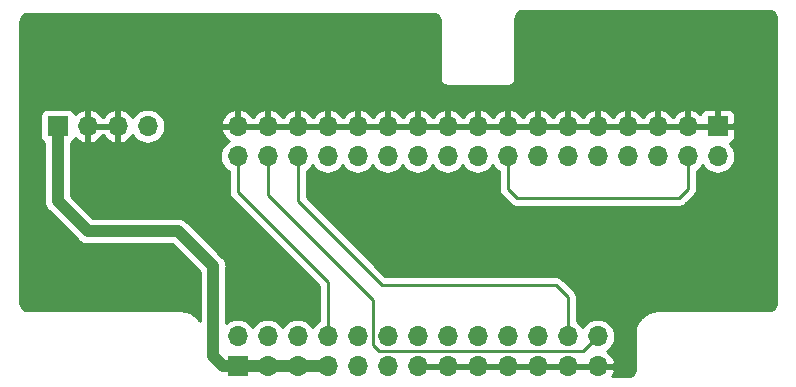
<source format=gbr>
G04 #@! TF.GenerationSoftware,KiCad,Pcbnew,(5.1.2)-2*
G04 #@! TF.CreationDate,2020-12-12T08:56:43+00:00*
G04 #@! TF.ProjectId,Amiga 34-pin to Citizen Slim 26-pin Adapter (Design B),416d6967-6120-4333-942d-70696e20746f,rev?*
G04 #@! TF.SameCoordinates,Original*
G04 #@! TF.FileFunction,Copper,L1,Top*
G04 #@! TF.FilePolarity,Positive*
%FSLAX46Y46*%
G04 Gerber Fmt 4.6, Leading zero omitted, Abs format (unit mm)*
G04 Created by KiCad (PCBNEW (5.1.2)-2) date 2020-12-12 08:56:43*
%MOMM*%
%LPD*%
G04 APERTURE LIST*
%ADD10O,1.700000X1.700000*%
%ADD11R,1.700000X1.700000*%
%ADD12C,0.250000*%
%ADD13C,1.000000*%
%ADD14C,0.254000*%
G04 APERTURE END LIST*
D10*
X116840000Y-95250000D03*
X116840000Y-92710000D03*
X119380000Y-95250000D03*
X119380000Y-92710000D03*
X121920000Y-95250000D03*
X121920000Y-92710000D03*
X124460000Y-95250000D03*
X124460000Y-92710000D03*
X127000000Y-95250000D03*
X127000000Y-92710000D03*
X129540000Y-95250000D03*
X129540000Y-92710000D03*
X132080000Y-95250000D03*
X132080000Y-92710000D03*
X134620000Y-95250000D03*
X134620000Y-92710000D03*
X137160000Y-95250000D03*
X137160000Y-92710000D03*
X139700000Y-95250000D03*
X139700000Y-92710000D03*
X142240000Y-95250000D03*
X142240000Y-92710000D03*
X144780000Y-95250000D03*
X144780000Y-92710000D03*
X147320000Y-95250000D03*
X147320000Y-92710000D03*
X149860000Y-95250000D03*
X149860000Y-92710000D03*
X152400000Y-95250000D03*
X152400000Y-92710000D03*
X154940000Y-95250000D03*
X154940000Y-92710000D03*
X157480000Y-95250000D03*
D11*
X157480000Y-92710000D03*
D10*
X109220000Y-92710000D03*
X106680000Y-92710000D03*
X104140000Y-92710000D03*
D11*
X101600000Y-92710000D03*
D10*
X147320000Y-110490000D03*
X147320000Y-113030000D03*
X144780000Y-110490000D03*
X144780000Y-113030000D03*
X142240000Y-110490000D03*
X142240000Y-113030000D03*
X139700000Y-110490000D03*
X139700000Y-113030000D03*
X137160000Y-110490000D03*
X137160000Y-113030000D03*
X134620000Y-110490000D03*
X134620000Y-113030000D03*
X132080000Y-110490000D03*
X132080000Y-113030000D03*
X129540000Y-110490000D03*
X129540000Y-113030000D03*
X127000000Y-110490000D03*
X127000000Y-113030000D03*
X124460000Y-110490000D03*
X124460000Y-113030000D03*
X121920000Y-110490000D03*
X121920000Y-113030000D03*
X119380000Y-110490000D03*
X119380000Y-113030000D03*
X116840000Y-110490000D03*
D11*
X116840000Y-113030000D03*
D12*
X119380000Y-98552000D02*
X119380000Y-95250000D01*
X128270000Y-107442000D02*
X119380000Y-98552000D01*
X128270000Y-111252000D02*
X128270000Y-107442000D01*
X128778000Y-111760000D02*
X128270000Y-111252000D01*
X147320000Y-110490000D02*
X146050000Y-111760000D01*
X146050000Y-111760000D02*
X128778000Y-111760000D01*
X121920000Y-99060000D02*
X121920000Y-95250000D01*
X129032000Y-106172000D02*
X121920000Y-99060000D01*
X143764000Y-106172000D02*
X129032000Y-106172000D01*
X144780000Y-110490000D02*
X144780000Y-107188000D01*
X144780000Y-107188000D02*
X143764000Y-106172000D01*
X154940000Y-98044000D02*
X154940000Y-95250000D01*
X154178000Y-98806000D02*
X154940000Y-98044000D01*
X140462000Y-98806000D02*
X154178000Y-98806000D01*
X139700000Y-95250000D02*
X139700000Y-98044000D01*
X139700000Y-98044000D02*
X140462000Y-98806000D01*
X116840000Y-96452081D02*
X116840000Y-95250000D01*
X124460000Y-106934000D02*
X124460000Y-110490000D01*
X124460000Y-107238800D02*
X124460000Y-106934000D01*
X116840000Y-98298000D02*
X116840000Y-95250000D01*
X124460000Y-106934000D02*
X124460000Y-105918000D01*
X124460000Y-105918000D02*
X116840000Y-98298000D01*
X124460000Y-113030000D02*
X124358400Y-112928400D01*
X121920000Y-113030000D02*
X121920000Y-112979200D01*
X119380000Y-113030000D02*
X119380000Y-112928400D01*
D13*
X115570000Y-113030000D02*
X116840000Y-113030000D01*
X101600000Y-99060000D02*
X104140000Y-101600000D01*
X101600000Y-92710000D02*
X101600000Y-99060000D01*
X104140000Y-101600000D02*
X111760000Y-101600000D01*
X114757200Y-104597200D02*
X114757200Y-112217200D01*
X111760000Y-101600000D02*
X114757200Y-104597200D01*
X114757200Y-112217200D02*
X115570000Y-113030000D01*
X116840000Y-113030000D02*
X119380000Y-113030000D01*
X119380000Y-113030000D02*
X121920000Y-113030000D01*
X121920000Y-113030000D02*
X124460000Y-113030000D01*
D14*
G36*
X161915869Y-82970722D02*
G01*
X162029246Y-83004953D01*
X162133819Y-83060555D01*
X162225596Y-83135407D01*
X162301091Y-83226664D01*
X162357419Y-83330844D01*
X162392440Y-83443976D01*
X162408000Y-83592022D01*
X162408001Y-107663711D01*
X162393278Y-107813869D01*
X162359047Y-107927246D01*
X162303446Y-108031817D01*
X162228594Y-108123595D01*
X162137335Y-108199091D01*
X162033160Y-108255419D01*
X161920024Y-108290440D01*
X161771979Y-108306000D01*
X152367581Y-108306000D01*
X152339135Y-108308802D01*
X152331318Y-108308747D01*
X152322147Y-108309646D01*
X152075644Y-108335554D01*
X152017028Y-108347586D01*
X151958284Y-108358792D01*
X151949462Y-108361456D01*
X151712686Y-108434751D01*
X151657555Y-108457926D01*
X151602080Y-108480339D01*
X151593944Y-108484666D01*
X151375914Y-108602554D01*
X151326346Y-108635988D01*
X151276265Y-108668760D01*
X151269124Y-108674584D01*
X151078144Y-108832577D01*
X151036005Y-108875012D01*
X150993255Y-108916875D01*
X150987381Y-108923976D01*
X150830727Y-109116054D01*
X150797655Y-109165831D01*
X150763826Y-109215237D01*
X150759444Y-109223343D01*
X150643081Y-109442191D01*
X150620298Y-109497468D01*
X150596721Y-109552475D01*
X150593997Y-109561278D01*
X150522357Y-109798559D01*
X150510736Y-109857246D01*
X150498300Y-109915752D01*
X150497337Y-109924917D01*
X150473150Y-110171595D01*
X150473150Y-110171608D01*
X150470001Y-110203581D01*
X150470000Y-113251721D01*
X150455278Y-113401869D01*
X150421047Y-113515246D01*
X150365446Y-113619817D01*
X150290594Y-113711595D01*
X150199335Y-113787091D01*
X150095160Y-113843419D01*
X149982024Y-113878440D01*
X149833979Y-113894000D01*
X148525516Y-113894000D01*
X148664157Y-113661252D01*
X148761481Y-113386891D01*
X148640814Y-113157000D01*
X147447000Y-113157000D01*
X147447000Y-113177000D01*
X147193000Y-113177000D01*
X147193000Y-113157000D01*
X144907000Y-113157000D01*
X144907000Y-113177000D01*
X144653000Y-113177000D01*
X144653000Y-113157000D01*
X142367000Y-113157000D01*
X142367000Y-113177000D01*
X142113000Y-113177000D01*
X142113000Y-113157000D01*
X139827000Y-113157000D01*
X139827000Y-113177000D01*
X139573000Y-113177000D01*
X139573000Y-113157000D01*
X137287000Y-113157000D01*
X137287000Y-113177000D01*
X137033000Y-113177000D01*
X137033000Y-113157000D01*
X134747000Y-113157000D01*
X134747000Y-113177000D01*
X134493000Y-113177000D01*
X134493000Y-113157000D01*
X132207000Y-113157000D01*
X132207000Y-113177000D01*
X131953000Y-113177000D01*
X131953000Y-113157000D01*
X131933000Y-113157000D01*
X131933000Y-112903000D01*
X131953000Y-112903000D01*
X131953000Y-112883000D01*
X132207000Y-112883000D01*
X132207000Y-112903000D01*
X134493000Y-112903000D01*
X134493000Y-112883000D01*
X134747000Y-112883000D01*
X134747000Y-112903000D01*
X137033000Y-112903000D01*
X137033000Y-112883000D01*
X137287000Y-112883000D01*
X137287000Y-112903000D01*
X139573000Y-112903000D01*
X139573000Y-112883000D01*
X139827000Y-112883000D01*
X139827000Y-112903000D01*
X142113000Y-112903000D01*
X142113000Y-112883000D01*
X142367000Y-112883000D01*
X142367000Y-112903000D01*
X144653000Y-112903000D01*
X144653000Y-112883000D01*
X144907000Y-112883000D01*
X144907000Y-112903000D01*
X147193000Y-112903000D01*
X147193000Y-112883000D01*
X147447000Y-112883000D01*
X147447000Y-112903000D01*
X148640814Y-112903000D01*
X148761481Y-112673109D01*
X148664157Y-112398748D01*
X148515178Y-112148645D01*
X148320269Y-111932412D01*
X148091244Y-111761584D01*
X148149014Y-111730706D01*
X148375134Y-111545134D01*
X148560706Y-111319014D01*
X148698599Y-111061034D01*
X148783513Y-110781111D01*
X148812185Y-110490000D01*
X148783513Y-110198889D01*
X148698599Y-109918966D01*
X148560706Y-109660986D01*
X148375134Y-109434866D01*
X148149014Y-109249294D01*
X147891034Y-109111401D01*
X147611111Y-109026487D01*
X147392950Y-109005000D01*
X147247050Y-109005000D01*
X147028889Y-109026487D01*
X146748966Y-109111401D01*
X146490986Y-109249294D01*
X146264866Y-109434866D01*
X146079294Y-109660986D01*
X146050000Y-109715791D01*
X146020706Y-109660986D01*
X145835134Y-109434866D01*
X145609014Y-109249294D01*
X145540000Y-109212405D01*
X145540000Y-107225322D01*
X145543676Y-107188000D01*
X145540000Y-107150677D01*
X145540000Y-107150667D01*
X145529003Y-107039014D01*
X145485546Y-106895753D01*
X145438092Y-106806974D01*
X145414974Y-106763723D01*
X145343799Y-106676997D01*
X145320001Y-106647999D01*
X145291003Y-106624201D01*
X144327804Y-105661002D01*
X144304001Y-105631999D01*
X144188276Y-105537026D01*
X144056247Y-105466454D01*
X143912986Y-105422997D01*
X143801333Y-105412000D01*
X143801322Y-105412000D01*
X143764000Y-105408324D01*
X143726678Y-105412000D01*
X129346802Y-105412000D01*
X122680000Y-98745199D01*
X122680000Y-96527595D01*
X122749014Y-96490706D01*
X122975134Y-96305134D01*
X123160706Y-96079014D01*
X123190000Y-96024209D01*
X123219294Y-96079014D01*
X123404866Y-96305134D01*
X123630986Y-96490706D01*
X123888966Y-96628599D01*
X124168889Y-96713513D01*
X124387050Y-96735000D01*
X124532950Y-96735000D01*
X124751111Y-96713513D01*
X125031034Y-96628599D01*
X125289014Y-96490706D01*
X125515134Y-96305134D01*
X125700706Y-96079014D01*
X125730000Y-96024209D01*
X125759294Y-96079014D01*
X125944866Y-96305134D01*
X126170986Y-96490706D01*
X126428966Y-96628599D01*
X126708889Y-96713513D01*
X126927050Y-96735000D01*
X127072950Y-96735000D01*
X127291111Y-96713513D01*
X127571034Y-96628599D01*
X127829014Y-96490706D01*
X128055134Y-96305134D01*
X128240706Y-96079014D01*
X128270000Y-96024209D01*
X128299294Y-96079014D01*
X128484866Y-96305134D01*
X128710986Y-96490706D01*
X128968966Y-96628599D01*
X129248889Y-96713513D01*
X129467050Y-96735000D01*
X129612950Y-96735000D01*
X129831111Y-96713513D01*
X130111034Y-96628599D01*
X130369014Y-96490706D01*
X130595134Y-96305134D01*
X130780706Y-96079014D01*
X130810000Y-96024209D01*
X130839294Y-96079014D01*
X131024866Y-96305134D01*
X131250986Y-96490706D01*
X131508966Y-96628599D01*
X131788889Y-96713513D01*
X132007050Y-96735000D01*
X132152950Y-96735000D01*
X132371111Y-96713513D01*
X132651034Y-96628599D01*
X132909014Y-96490706D01*
X133135134Y-96305134D01*
X133320706Y-96079014D01*
X133350000Y-96024209D01*
X133379294Y-96079014D01*
X133564866Y-96305134D01*
X133790986Y-96490706D01*
X134048966Y-96628599D01*
X134328889Y-96713513D01*
X134547050Y-96735000D01*
X134692950Y-96735000D01*
X134911111Y-96713513D01*
X135191034Y-96628599D01*
X135449014Y-96490706D01*
X135675134Y-96305134D01*
X135860706Y-96079014D01*
X135890000Y-96024209D01*
X135919294Y-96079014D01*
X136104866Y-96305134D01*
X136330986Y-96490706D01*
X136588966Y-96628599D01*
X136868889Y-96713513D01*
X137087050Y-96735000D01*
X137232950Y-96735000D01*
X137451111Y-96713513D01*
X137731034Y-96628599D01*
X137989014Y-96490706D01*
X138215134Y-96305134D01*
X138400706Y-96079014D01*
X138430000Y-96024209D01*
X138459294Y-96079014D01*
X138644866Y-96305134D01*
X138870986Y-96490706D01*
X138940000Y-96527595D01*
X138940001Y-98006668D01*
X138936324Y-98044000D01*
X138940001Y-98081332D01*
X138940001Y-98081333D01*
X138950998Y-98192986D01*
X138964180Y-98236442D01*
X138994454Y-98336246D01*
X139065026Y-98468276D01*
X139133737Y-98552000D01*
X139160000Y-98584001D01*
X139188998Y-98607799D01*
X139898201Y-99317002D01*
X139921999Y-99346001D01*
X140037724Y-99440974D01*
X140169753Y-99511546D01*
X140313014Y-99555003D01*
X140424667Y-99566000D01*
X140424675Y-99566000D01*
X140462000Y-99569676D01*
X140499325Y-99566000D01*
X154140678Y-99566000D01*
X154178000Y-99569676D01*
X154215322Y-99566000D01*
X154215333Y-99566000D01*
X154326986Y-99555003D01*
X154470247Y-99511546D01*
X154602276Y-99440974D01*
X154718001Y-99346001D01*
X154741803Y-99316998D01*
X155451004Y-98607798D01*
X155480001Y-98584001D01*
X155574974Y-98468276D01*
X155645546Y-98336247D01*
X155689003Y-98192986D01*
X155700000Y-98081333D01*
X155700000Y-98081325D01*
X155703676Y-98044000D01*
X155700000Y-98006675D01*
X155700000Y-96527595D01*
X155769014Y-96490706D01*
X155995134Y-96305134D01*
X156180706Y-96079014D01*
X156210000Y-96024209D01*
X156239294Y-96079014D01*
X156424866Y-96305134D01*
X156650986Y-96490706D01*
X156908966Y-96628599D01*
X157188889Y-96713513D01*
X157407050Y-96735000D01*
X157552950Y-96735000D01*
X157771111Y-96713513D01*
X158051034Y-96628599D01*
X158309014Y-96490706D01*
X158535134Y-96305134D01*
X158720706Y-96079014D01*
X158858599Y-95821034D01*
X158943513Y-95541111D01*
X158972185Y-95250000D01*
X158943513Y-94958889D01*
X158858599Y-94678966D01*
X158720706Y-94420986D01*
X158535134Y-94194866D01*
X158505313Y-94170393D01*
X158574180Y-94149502D01*
X158684494Y-94090537D01*
X158781185Y-94011185D01*
X158860537Y-93914494D01*
X158919502Y-93804180D01*
X158955812Y-93684482D01*
X158968072Y-93560000D01*
X158965000Y-92995750D01*
X158806250Y-92837000D01*
X157607000Y-92837000D01*
X157607000Y-92857000D01*
X157353000Y-92857000D01*
X157353000Y-92837000D01*
X155067000Y-92837000D01*
X155067000Y-92857000D01*
X154813000Y-92857000D01*
X154813000Y-92837000D01*
X152527000Y-92837000D01*
X152527000Y-92857000D01*
X152273000Y-92857000D01*
X152273000Y-92837000D01*
X149987000Y-92837000D01*
X149987000Y-92857000D01*
X149733000Y-92857000D01*
X149733000Y-92837000D01*
X147447000Y-92837000D01*
X147447000Y-92857000D01*
X147193000Y-92857000D01*
X147193000Y-92837000D01*
X144907000Y-92837000D01*
X144907000Y-92857000D01*
X144653000Y-92857000D01*
X144653000Y-92837000D01*
X142367000Y-92837000D01*
X142367000Y-92857000D01*
X142113000Y-92857000D01*
X142113000Y-92837000D01*
X139827000Y-92837000D01*
X139827000Y-92857000D01*
X139573000Y-92857000D01*
X139573000Y-92837000D01*
X137287000Y-92837000D01*
X137287000Y-92857000D01*
X137033000Y-92857000D01*
X137033000Y-92837000D01*
X134747000Y-92837000D01*
X134747000Y-92857000D01*
X134493000Y-92857000D01*
X134493000Y-92837000D01*
X132207000Y-92837000D01*
X132207000Y-92857000D01*
X131953000Y-92857000D01*
X131953000Y-92837000D01*
X129667000Y-92837000D01*
X129667000Y-92857000D01*
X129413000Y-92857000D01*
X129413000Y-92837000D01*
X127127000Y-92837000D01*
X127127000Y-92857000D01*
X126873000Y-92857000D01*
X126873000Y-92837000D01*
X124587000Y-92837000D01*
X124587000Y-92857000D01*
X124333000Y-92857000D01*
X124333000Y-92837000D01*
X122047000Y-92837000D01*
X122047000Y-92857000D01*
X121793000Y-92857000D01*
X121793000Y-92837000D01*
X119507000Y-92837000D01*
X119507000Y-92857000D01*
X119253000Y-92857000D01*
X119253000Y-92837000D01*
X116967000Y-92837000D01*
X116967000Y-92857000D01*
X116713000Y-92857000D01*
X116713000Y-92837000D01*
X115519186Y-92837000D01*
X115398519Y-93066891D01*
X115495843Y-93341252D01*
X115644822Y-93591355D01*
X115839731Y-93807588D01*
X116068756Y-93978416D01*
X116010986Y-94009294D01*
X115784866Y-94194866D01*
X115599294Y-94420986D01*
X115461401Y-94678966D01*
X115376487Y-94958889D01*
X115347815Y-95250000D01*
X115376487Y-95541111D01*
X115461401Y-95821034D01*
X115599294Y-96079014D01*
X115784866Y-96305134D01*
X116010986Y-96490706D01*
X116080001Y-96527595D01*
X116080000Y-98260677D01*
X116076324Y-98298000D01*
X116080000Y-98335322D01*
X116080000Y-98335332D01*
X116090997Y-98446985D01*
X116132560Y-98584001D01*
X116134454Y-98590246D01*
X116205026Y-98722276D01*
X116242349Y-98767754D01*
X116299999Y-98838001D01*
X116329003Y-98861804D01*
X123700001Y-106232803D01*
X123700000Y-106896667D01*
X123700000Y-106896668D01*
X123700001Y-109212405D01*
X123630986Y-109249294D01*
X123404866Y-109434866D01*
X123219294Y-109660986D01*
X123190000Y-109715791D01*
X123160706Y-109660986D01*
X122975134Y-109434866D01*
X122749014Y-109249294D01*
X122491034Y-109111401D01*
X122211111Y-109026487D01*
X121992950Y-109005000D01*
X121847050Y-109005000D01*
X121628889Y-109026487D01*
X121348966Y-109111401D01*
X121090986Y-109249294D01*
X120864866Y-109434866D01*
X120679294Y-109660986D01*
X120650000Y-109715791D01*
X120620706Y-109660986D01*
X120435134Y-109434866D01*
X120209014Y-109249294D01*
X119951034Y-109111401D01*
X119671111Y-109026487D01*
X119452950Y-109005000D01*
X119307050Y-109005000D01*
X119088889Y-109026487D01*
X118808966Y-109111401D01*
X118550986Y-109249294D01*
X118324866Y-109434866D01*
X118139294Y-109660986D01*
X118110000Y-109715791D01*
X118080706Y-109660986D01*
X117895134Y-109434866D01*
X117669014Y-109249294D01*
X117411034Y-109111401D01*
X117131111Y-109026487D01*
X116912950Y-109005000D01*
X116767050Y-109005000D01*
X116548889Y-109026487D01*
X116268966Y-109111401D01*
X116010986Y-109249294D01*
X115892200Y-109346779D01*
X115892200Y-104652952D01*
X115897691Y-104597200D01*
X115875777Y-104374701D01*
X115810876Y-104160753D01*
X115705484Y-103963577D01*
X115563649Y-103790751D01*
X115520341Y-103755209D01*
X112601996Y-100836865D01*
X112566449Y-100793551D01*
X112393623Y-100651716D01*
X112196447Y-100546324D01*
X111982499Y-100481423D01*
X111815752Y-100465000D01*
X111815751Y-100465000D01*
X111760000Y-100459509D01*
X111704249Y-100465000D01*
X104610132Y-100465000D01*
X102735000Y-98589869D01*
X102735000Y-94127683D01*
X102804494Y-94090537D01*
X102901185Y-94011185D01*
X102980537Y-93914494D01*
X103039502Y-93804180D01*
X103063966Y-93723534D01*
X103139731Y-93807588D01*
X103373080Y-93981641D01*
X103635901Y-94106825D01*
X103783110Y-94151476D01*
X104013000Y-94030155D01*
X104013000Y-92837000D01*
X104267000Y-92837000D01*
X104267000Y-94030155D01*
X104496890Y-94151476D01*
X104644099Y-94106825D01*
X104906920Y-93981641D01*
X105140269Y-93807588D01*
X105335178Y-93591355D01*
X105410000Y-93465745D01*
X105484822Y-93591355D01*
X105679731Y-93807588D01*
X105913080Y-93981641D01*
X106175901Y-94106825D01*
X106323110Y-94151476D01*
X106553000Y-94030155D01*
X106553000Y-92837000D01*
X104267000Y-92837000D01*
X104013000Y-92837000D01*
X103993000Y-92837000D01*
X103993000Y-92583000D01*
X104013000Y-92583000D01*
X104013000Y-91389845D01*
X104267000Y-91389845D01*
X104267000Y-92583000D01*
X106553000Y-92583000D01*
X106553000Y-91389845D01*
X106807000Y-91389845D01*
X106807000Y-92583000D01*
X106827000Y-92583000D01*
X106827000Y-92837000D01*
X106807000Y-92837000D01*
X106807000Y-94030155D01*
X107036890Y-94151476D01*
X107184099Y-94106825D01*
X107446920Y-93981641D01*
X107680269Y-93807588D01*
X107875178Y-93591355D01*
X107944799Y-93474477D01*
X107979294Y-93539014D01*
X108164866Y-93765134D01*
X108390986Y-93950706D01*
X108648966Y-94088599D01*
X108928889Y-94173513D01*
X109147050Y-94195000D01*
X109292950Y-94195000D01*
X109511111Y-94173513D01*
X109791034Y-94088599D01*
X110049014Y-93950706D01*
X110275134Y-93765134D01*
X110460706Y-93539014D01*
X110598599Y-93281034D01*
X110683513Y-93001111D01*
X110712185Y-92710000D01*
X110683513Y-92418889D01*
X110663559Y-92353109D01*
X115398519Y-92353109D01*
X115519186Y-92583000D01*
X116713000Y-92583000D01*
X116713000Y-91389845D01*
X116967000Y-91389845D01*
X116967000Y-92583000D01*
X119253000Y-92583000D01*
X119253000Y-91389845D01*
X119507000Y-91389845D01*
X119507000Y-92583000D01*
X121793000Y-92583000D01*
X121793000Y-91389845D01*
X122047000Y-91389845D01*
X122047000Y-92583000D01*
X124333000Y-92583000D01*
X124333000Y-91389845D01*
X124587000Y-91389845D01*
X124587000Y-92583000D01*
X126873000Y-92583000D01*
X126873000Y-91389845D01*
X127127000Y-91389845D01*
X127127000Y-92583000D01*
X129413000Y-92583000D01*
X129413000Y-91389845D01*
X129667000Y-91389845D01*
X129667000Y-92583000D01*
X131953000Y-92583000D01*
X131953000Y-91389845D01*
X132207000Y-91389845D01*
X132207000Y-92583000D01*
X134493000Y-92583000D01*
X134493000Y-91389845D01*
X134747000Y-91389845D01*
X134747000Y-92583000D01*
X137033000Y-92583000D01*
X137033000Y-91389845D01*
X137287000Y-91389845D01*
X137287000Y-92583000D01*
X139573000Y-92583000D01*
X139573000Y-91389845D01*
X139827000Y-91389845D01*
X139827000Y-92583000D01*
X142113000Y-92583000D01*
X142113000Y-91389845D01*
X142367000Y-91389845D01*
X142367000Y-92583000D01*
X144653000Y-92583000D01*
X144653000Y-91389845D01*
X144907000Y-91389845D01*
X144907000Y-92583000D01*
X147193000Y-92583000D01*
X147193000Y-91389845D01*
X147447000Y-91389845D01*
X147447000Y-92583000D01*
X149733000Y-92583000D01*
X149733000Y-91389845D01*
X149987000Y-91389845D01*
X149987000Y-92583000D01*
X152273000Y-92583000D01*
X152273000Y-91389845D01*
X152527000Y-91389845D01*
X152527000Y-92583000D01*
X154813000Y-92583000D01*
X154813000Y-91389845D01*
X155067000Y-91389845D01*
X155067000Y-92583000D01*
X157353000Y-92583000D01*
X157353000Y-91383750D01*
X157607000Y-91383750D01*
X157607000Y-92583000D01*
X158806250Y-92583000D01*
X158965000Y-92424250D01*
X158968072Y-91860000D01*
X158955812Y-91735518D01*
X158919502Y-91615820D01*
X158860537Y-91505506D01*
X158781185Y-91408815D01*
X158684494Y-91329463D01*
X158574180Y-91270498D01*
X158454482Y-91234188D01*
X158330000Y-91221928D01*
X157765750Y-91225000D01*
X157607000Y-91383750D01*
X157353000Y-91383750D01*
X157194250Y-91225000D01*
X156630000Y-91221928D01*
X156505518Y-91234188D01*
X156385820Y-91270498D01*
X156275506Y-91329463D01*
X156178815Y-91408815D01*
X156099463Y-91505506D01*
X156040498Y-91615820D01*
X156016034Y-91696466D01*
X155940269Y-91612412D01*
X155706920Y-91438359D01*
X155444099Y-91313175D01*
X155296890Y-91268524D01*
X155067000Y-91389845D01*
X154813000Y-91389845D01*
X154583110Y-91268524D01*
X154435901Y-91313175D01*
X154173080Y-91438359D01*
X153939731Y-91612412D01*
X153744822Y-91828645D01*
X153670000Y-91954255D01*
X153595178Y-91828645D01*
X153400269Y-91612412D01*
X153166920Y-91438359D01*
X152904099Y-91313175D01*
X152756890Y-91268524D01*
X152527000Y-91389845D01*
X152273000Y-91389845D01*
X152043110Y-91268524D01*
X151895901Y-91313175D01*
X151633080Y-91438359D01*
X151399731Y-91612412D01*
X151204822Y-91828645D01*
X151130000Y-91954255D01*
X151055178Y-91828645D01*
X150860269Y-91612412D01*
X150626920Y-91438359D01*
X150364099Y-91313175D01*
X150216890Y-91268524D01*
X149987000Y-91389845D01*
X149733000Y-91389845D01*
X149503110Y-91268524D01*
X149355901Y-91313175D01*
X149093080Y-91438359D01*
X148859731Y-91612412D01*
X148664822Y-91828645D01*
X148590000Y-91954255D01*
X148515178Y-91828645D01*
X148320269Y-91612412D01*
X148086920Y-91438359D01*
X147824099Y-91313175D01*
X147676890Y-91268524D01*
X147447000Y-91389845D01*
X147193000Y-91389845D01*
X146963110Y-91268524D01*
X146815901Y-91313175D01*
X146553080Y-91438359D01*
X146319731Y-91612412D01*
X146124822Y-91828645D01*
X146050000Y-91954255D01*
X145975178Y-91828645D01*
X145780269Y-91612412D01*
X145546920Y-91438359D01*
X145284099Y-91313175D01*
X145136890Y-91268524D01*
X144907000Y-91389845D01*
X144653000Y-91389845D01*
X144423110Y-91268524D01*
X144275901Y-91313175D01*
X144013080Y-91438359D01*
X143779731Y-91612412D01*
X143584822Y-91828645D01*
X143510000Y-91954255D01*
X143435178Y-91828645D01*
X143240269Y-91612412D01*
X143006920Y-91438359D01*
X142744099Y-91313175D01*
X142596890Y-91268524D01*
X142367000Y-91389845D01*
X142113000Y-91389845D01*
X141883110Y-91268524D01*
X141735901Y-91313175D01*
X141473080Y-91438359D01*
X141239731Y-91612412D01*
X141044822Y-91828645D01*
X140970000Y-91954255D01*
X140895178Y-91828645D01*
X140700269Y-91612412D01*
X140466920Y-91438359D01*
X140204099Y-91313175D01*
X140056890Y-91268524D01*
X139827000Y-91389845D01*
X139573000Y-91389845D01*
X139343110Y-91268524D01*
X139195901Y-91313175D01*
X138933080Y-91438359D01*
X138699731Y-91612412D01*
X138504822Y-91828645D01*
X138430000Y-91954255D01*
X138355178Y-91828645D01*
X138160269Y-91612412D01*
X137926920Y-91438359D01*
X137664099Y-91313175D01*
X137516890Y-91268524D01*
X137287000Y-91389845D01*
X137033000Y-91389845D01*
X136803110Y-91268524D01*
X136655901Y-91313175D01*
X136393080Y-91438359D01*
X136159731Y-91612412D01*
X135964822Y-91828645D01*
X135890000Y-91954255D01*
X135815178Y-91828645D01*
X135620269Y-91612412D01*
X135386920Y-91438359D01*
X135124099Y-91313175D01*
X134976890Y-91268524D01*
X134747000Y-91389845D01*
X134493000Y-91389845D01*
X134263110Y-91268524D01*
X134115901Y-91313175D01*
X133853080Y-91438359D01*
X133619731Y-91612412D01*
X133424822Y-91828645D01*
X133350000Y-91954255D01*
X133275178Y-91828645D01*
X133080269Y-91612412D01*
X132846920Y-91438359D01*
X132584099Y-91313175D01*
X132436890Y-91268524D01*
X132207000Y-91389845D01*
X131953000Y-91389845D01*
X131723110Y-91268524D01*
X131575901Y-91313175D01*
X131313080Y-91438359D01*
X131079731Y-91612412D01*
X130884822Y-91828645D01*
X130810000Y-91954255D01*
X130735178Y-91828645D01*
X130540269Y-91612412D01*
X130306920Y-91438359D01*
X130044099Y-91313175D01*
X129896890Y-91268524D01*
X129667000Y-91389845D01*
X129413000Y-91389845D01*
X129183110Y-91268524D01*
X129035901Y-91313175D01*
X128773080Y-91438359D01*
X128539731Y-91612412D01*
X128344822Y-91828645D01*
X128270000Y-91954255D01*
X128195178Y-91828645D01*
X128000269Y-91612412D01*
X127766920Y-91438359D01*
X127504099Y-91313175D01*
X127356890Y-91268524D01*
X127127000Y-91389845D01*
X126873000Y-91389845D01*
X126643110Y-91268524D01*
X126495901Y-91313175D01*
X126233080Y-91438359D01*
X125999731Y-91612412D01*
X125804822Y-91828645D01*
X125730000Y-91954255D01*
X125655178Y-91828645D01*
X125460269Y-91612412D01*
X125226920Y-91438359D01*
X124964099Y-91313175D01*
X124816890Y-91268524D01*
X124587000Y-91389845D01*
X124333000Y-91389845D01*
X124103110Y-91268524D01*
X123955901Y-91313175D01*
X123693080Y-91438359D01*
X123459731Y-91612412D01*
X123264822Y-91828645D01*
X123190000Y-91954255D01*
X123115178Y-91828645D01*
X122920269Y-91612412D01*
X122686920Y-91438359D01*
X122424099Y-91313175D01*
X122276890Y-91268524D01*
X122047000Y-91389845D01*
X121793000Y-91389845D01*
X121563110Y-91268524D01*
X121415901Y-91313175D01*
X121153080Y-91438359D01*
X120919731Y-91612412D01*
X120724822Y-91828645D01*
X120650000Y-91954255D01*
X120575178Y-91828645D01*
X120380269Y-91612412D01*
X120146920Y-91438359D01*
X119884099Y-91313175D01*
X119736890Y-91268524D01*
X119507000Y-91389845D01*
X119253000Y-91389845D01*
X119023110Y-91268524D01*
X118875901Y-91313175D01*
X118613080Y-91438359D01*
X118379731Y-91612412D01*
X118184822Y-91828645D01*
X118110000Y-91954255D01*
X118035178Y-91828645D01*
X117840269Y-91612412D01*
X117606920Y-91438359D01*
X117344099Y-91313175D01*
X117196890Y-91268524D01*
X116967000Y-91389845D01*
X116713000Y-91389845D01*
X116483110Y-91268524D01*
X116335901Y-91313175D01*
X116073080Y-91438359D01*
X115839731Y-91612412D01*
X115644822Y-91828645D01*
X115495843Y-92078748D01*
X115398519Y-92353109D01*
X110663559Y-92353109D01*
X110598599Y-92138966D01*
X110460706Y-91880986D01*
X110275134Y-91654866D01*
X110049014Y-91469294D01*
X109791034Y-91331401D01*
X109511111Y-91246487D01*
X109292950Y-91225000D01*
X109147050Y-91225000D01*
X108928889Y-91246487D01*
X108648966Y-91331401D01*
X108390986Y-91469294D01*
X108164866Y-91654866D01*
X107979294Y-91880986D01*
X107944799Y-91945523D01*
X107875178Y-91828645D01*
X107680269Y-91612412D01*
X107446920Y-91438359D01*
X107184099Y-91313175D01*
X107036890Y-91268524D01*
X106807000Y-91389845D01*
X106553000Y-91389845D01*
X106323110Y-91268524D01*
X106175901Y-91313175D01*
X105913080Y-91438359D01*
X105679731Y-91612412D01*
X105484822Y-91828645D01*
X105410000Y-91954255D01*
X105335178Y-91828645D01*
X105140269Y-91612412D01*
X104906920Y-91438359D01*
X104644099Y-91313175D01*
X104496890Y-91268524D01*
X104267000Y-91389845D01*
X104013000Y-91389845D01*
X103783110Y-91268524D01*
X103635901Y-91313175D01*
X103373080Y-91438359D01*
X103139731Y-91612412D01*
X103063966Y-91696466D01*
X103039502Y-91615820D01*
X102980537Y-91505506D01*
X102901185Y-91408815D01*
X102804494Y-91329463D01*
X102694180Y-91270498D01*
X102574482Y-91234188D01*
X102450000Y-91221928D01*
X100750000Y-91221928D01*
X100625518Y-91234188D01*
X100505820Y-91270498D01*
X100395506Y-91329463D01*
X100298815Y-91408815D01*
X100219463Y-91505506D01*
X100160498Y-91615820D01*
X100124188Y-91735518D01*
X100111928Y-91860000D01*
X100111928Y-93560000D01*
X100124188Y-93684482D01*
X100160498Y-93804180D01*
X100219463Y-93914494D01*
X100298815Y-94011185D01*
X100395506Y-94090537D01*
X100465000Y-94127683D01*
X100465001Y-99004239D01*
X100459509Y-99060000D01*
X100481423Y-99282498D01*
X100546324Y-99496446D01*
X100585466Y-99569676D01*
X100651717Y-99693623D01*
X100793552Y-99866449D01*
X100836860Y-99901991D01*
X103298009Y-102363141D01*
X103333551Y-102406449D01*
X103506377Y-102548284D01*
X103703553Y-102653676D01*
X103917501Y-102718577D01*
X104084248Y-102735000D01*
X104084257Y-102735000D01*
X104139999Y-102740490D01*
X104195741Y-102735000D01*
X111289869Y-102735000D01*
X113622200Y-105067332D01*
X113622201Y-109174486D01*
X113614012Y-109162346D01*
X113581240Y-109112265D01*
X113575416Y-109105124D01*
X113417423Y-108914144D01*
X113374988Y-108872005D01*
X113333125Y-108829255D01*
X113326024Y-108823381D01*
X113133946Y-108666727D01*
X113084169Y-108633655D01*
X113034763Y-108599826D01*
X113026657Y-108595444D01*
X112807809Y-108479081D01*
X112752532Y-108456298D01*
X112697525Y-108432721D01*
X112688722Y-108429997D01*
X112451441Y-108358357D01*
X112392754Y-108346736D01*
X112334248Y-108334300D01*
X112325085Y-108333337D01*
X112325083Y-108333337D01*
X112078405Y-108309150D01*
X112078402Y-108309150D01*
X112046419Y-108306000D01*
X99092279Y-108306000D01*
X98942131Y-108291278D01*
X98828754Y-108257047D01*
X98724183Y-108201446D01*
X98632405Y-108126594D01*
X98556909Y-108035335D01*
X98500581Y-107931160D01*
X98465560Y-107818024D01*
X98450000Y-107669979D01*
X98450000Y-83852279D01*
X98464722Y-83702131D01*
X98498953Y-83588754D01*
X98554555Y-83484181D01*
X98629407Y-83392404D01*
X98720664Y-83316909D01*
X98824844Y-83260581D01*
X98937976Y-83225560D01*
X99086022Y-83210000D01*
X133317721Y-83210000D01*
X133467869Y-83224722D01*
X133581246Y-83258953D01*
X133685819Y-83314555D01*
X133777596Y-83389407D01*
X133853091Y-83480664D01*
X133909419Y-83584844D01*
X133944440Y-83697976D01*
X133960001Y-83846031D01*
X133960000Y-88613581D01*
X133956807Y-88646000D01*
X133969550Y-88775383D01*
X134007290Y-88899793D01*
X134068575Y-89014450D01*
X134151052Y-89114948D01*
X134251550Y-89197425D01*
X134366207Y-89258710D01*
X134490617Y-89296450D01*
X134620000Y-89309193D01*
X134652419Y-89306000D01*
X139667581Y-89306000D01*
X139700000Y-89309193D01*
X139732419Y-89306000D01*
X139829383Y-89296450D01*
X139953793Y-89258710D01*
X140068450Y-89197425D01*
X140168948Y-89114948D01*
X140251425Y-89014450D01*
X140312710Y-88899793D01*
X140350450Y-88775383D01*
X140363193Y-88646000D01*
X140360000Y-88613581D01*
X140360000Y-83598279D01*
X140374722Y-83448131D01*
X140408953Y-83334754D01*
X140464555Y-83230181D01*
X140539407Y-83138404D01*
X140630664Y-83062909D01*
X140734844Y-83006581D01*
X140847976Y-82971560D01*
X140996022Y-82956000D01*
X161765721Y-82956000D01*
X161915869Y-82970722D01*
X161915869Y-82970722D01*
G37*
X161915869Y-82970722D02*
X162029246Y-83004953D01*
X162133819Y-83060555D01*
X162225596Y-83135407D01*
X162301091Y-83226664D01*
X162357419Y-83330844D01*
X162392440Y-83443976D01*
X162408000Y-83592022D01*
X162408001Y-107663711D01*
X162393278Y-107813869D01*
X162359047Y-107927246D01*
X162303446Y-108031817D01*
X162228594Y-108123595D01*
X162137335Y-108199091D01*
X162033160Y-108255419D01*
X161920024Y-108290440D01*
X161771979Y-108306000D01*
X152367581Y-108306000D01*
X152339135Y-108308802D01*
X152331318Y-108308747D01*
X152322147Y-108309646D01*
X152075644Y-108335554D01*
X152017028Y-108347586D01*
X151958284Y-108358792D01*
X151949462Y-108361456D01*
X151712686Y-108434751D01*
X151657555Y-108457926D01*
X151602080Y-108480339D01*
X151593944Y-108484666D01*
X151375914Y-108602554D01*
X151326346Y-108635988D01*
X151276265Y-108668760D01*
X151269124Y-108674584D01*
X151078144Y-108832577D01*
X151036005Y-108875012D01*
X150993255Y-108916875D01*
X150987381Y-108923976D01*
X150830727Y-109116054D01*
X150797655Y-109165831D01*
X150763826Y-109215237D01*
X150759444Y-109223343D01*
X150643081Y-109442191D01*
X150620298Y-109497468D01*
X150596721Y-109552475D01*
X150593997Y-109561278D01*
X150522357Y-109798559D01*
X150510736Y-109857246D01*
X150498300Y-109915752D01*
X150497337Y-109924917D01*
X150473150Y-110171595D01*
X150473150Y-110171608D01*
X150470001Y-110203581D01*
X150470000Y-113251721D01*
X150455278Y-113401869D01*
X150421047Y-113515246D01*
X150365446Y-113619817D01*
X150290594Y-113711595D01*
X150199335Y-113787091D01*
X150095160Y-113843419D01*
X149982024Y-113878440D01*
X149833979Y-113894000D01*
X148525516Y-113894000D01*
X148664157Y-113661252D01*
X148761481Y-113386891D01*
X148640814Y-113157000D01*
X147447000Y-113157000D01*
X147447000Y-113177000D01*
X147193000Y-113177000D01*
X147193000Y-113157000D01*
X144907000Y-113157000D01*
X144907000Y-113177000D01*
X144653000Y-113177000D01*
X144653000Y-113157000D01*
X142367000Y-113157000D01*
X142367000Y-113177000D01*
X142113000Y-113177000D01*
X142113000Y-113157000D01*
X139827000Y-113157000D01*
X139827000Y-113177000D01*
X139573000Y-113177000D01*
X139573000Y-113157000D01*
X137287000Y-113157000D01*
X137287000Y-113177000D01*
X137033000Y-113177000D01*
X137033000Y-113157000D01*
X134747000Y-113157000D01*
X134747000Y-113177000D01*
X134493000Y-113177000D01*
X134493000Y-113157000D01*
X132207000Y-113157000D01*
X132207000Y-113177000D01*
X131953000Y-113177000D01*
X131953000Y-113157000D01*
X131933000Y-113157000D01*
X131933000Y-112903000D01*
X131953000Y-112903000D01*
X131953000Y-112883000D01*
X132207000Y-112883000D01*
X132207000Y-112903000D01*
X134493000Y-112903000D01*
X134493000Y-112883000D01*
X134747000Y-112883000D01*
X134747000Y-112903000D01*
X137033000Y-112903000D01*
X137033000Y-112883000D01*
X137287000Y-112883000D01*
X137287000Y-112903000D01*
X139573000Y-112903000D01*
X139573000Y-112883000D01*
X139827000Y-112883000D01*
X139827000Y-112903000D01*
X142113000Y-112903000D01*
X142113000Y-112883000D01*
X142367000Y-112883000D01*
X142367000Y-112903000D01*
X144653000Y-112903000D01*
X144653000Y-112883000D01*
X144907000Y-112883000D01*
X144907000Y-112903000D01*
X147193000Y-112903000D01*
X147193000Y-112883000D01*
X147447000Y-112883000D01*
X147447000Y-112903000D01*
X148640814Y-112903000D01*
X148761481Y-112673109D01*
X148664157Y-112398748D01*
X148515178Y-112148645D01*
X148320269Y-111932412D01*
X148091244Y-111761584D01*
X148149014Y-111730706D01*
X148375134Y-111545134D01*
X148560706Y-111319014D01*
X148698599Y-111061034D01*
X148783513Y-110781111D01*
X148812185Y-110490000D01*
X148783513Y-110198889D01*
X148698599Y-109918966D01*
X148560706Y-109660986D01*
X148375134Y-109434866D01*
X148149014Y-109249294D01*
X147891034Y-109111401D01*
X147611111Y-109026487D01*
X147392950Y-109005000D01*
X147247050Y-109005000D01*
X147028889Y-109026487D01*
X146748966Y-109111401D01*
X146490986Y-109249294D01*
X146264866Y-109434866D01*
X146079294Y-109660986D01*
X146050000Y-109715791D01*
X146020706Y-109660986D01*
X145835134Y-109434866D01*
X145609014Y-109249294D01*
X145540000Y-109212405D01*
X145540000Y-107225322D01*
X145543676Y-107188000D01*
X145540000Y-107150677D01*
X145540000Y-107150667D01*
X145529003Y-107039014D01*
X145485546Y-106895753D01*
X145438092Y-106806974D01*
X145414974Y-106763723D01*
X145343799Y-106676997D01*
X145320001Y-106647999D01*
X145291003Y-106624201D01*
X144327804Y-105661002D01*
X144304001Y-105631999D01*
X144188276Y-105537026D01*
X144056247Y-105466454D01*
X143912986Y-105422997D01*
X143801333Y-105412000D01*
X143801322Y-105412000D01*
X143764000Y-105408324D01*
X143726678Y-105412000D01*
X129346802Y-105412000D01*
X122680000Y-98745199D01*
X122680000Y-96527595D01*
X122749014Y-96490706D01*
X122975134Y-96305134D01*
X123160706Y-96079014D01*
X123190000Y-96024209D01*
X123219294Y-96079014D01*
X123404866Y-96305134D01*
X123630986Y-96490706D01*
X123888966Y-96628599D01*
X124168889Y-96713513D01*
X124387050Y-96735000D01*
X124532950Y-96735000D01*
X124751111Y-96713513D01*
X125031034Y-96628599D01*
X125289014Y-96490706D01*
X125515134Y-96305134D01*
X125700706Y-96079014D01*
X125730000Y-96024209D01*
X125759294Y-96079014D01*
X125944866Y-96305134D01*
X126170986Y-96490706D01*
X126428966Y-96628599D01*
X126708889Y-96713513D01*
X126927050Y-96735000D01*
X127072950Y-96735000D01*
X127291111Y-96713513D01*
X127571034Y-96628599D01*
X127829014Y-96490706D01*
X128055134Y-96305134D01*
X128240706Y-96079014D01*
X128270000Y-96024209D01*
X128299294Y-96079014D01*
X128484866Y-96305134D01*
X128710986Y-96490706D01*
X128968966Y-96628599D01*
X129248889Y-96713513D01*
X129467050Y-96735000D01*
X129612950Y-96735000D01*
X129831111Y-96713513D01*
X130111034Y-96628599D01*
X130369014Y-96490706D01*
X130595134Y-96305134D01*
X130780706Y-96079014D01*
X130810000Y-96024209D01*
X130839294Y-96079014D01*
X131024866Y-96305134D01*
X131250986Y-96490706D01*
X131508966Y-96628599D01*
X131788889Y-96713513D01*
X132007050Y-96735000D01*
X132152950Y-96735000D01*
X132371111Y-96713513D01*
X132651034Y-96628599D01*
X132909014Y-96490706D01*
X133135134Y-96305134D01*
X133320706Y-96079014D01*
X133350000Y-96024209D01*
X133379294Y-96079014D01*
X133564866Y-96305134D01*
X133790986Y-96490706D01*
X134048966Y-96628599D01*
X134328889Y-96713513D01*
X134547050Y-96735000D01*
X134692950Y-96735000D01*
X134911111Y-96713513D01*
X135191034Y-96628599D01*
X135449014Y-96490706D01*
X135675134Y-96305134D01*
X135860706Y-96079014D01*
X135890000Y-96024209D01*
X135919294Y-96079014D01*
X136104866Y-96305134D01*
X136330986Y-96490706D01*
X136588966Y-96628599D01*
X136868889Y-96713513D01*
X137087050Y-96735000D01*
X137232950Y-96735000D01*
X137451111Y-96713513D01*
X137731034Y-96628599D01*
X137989014Y-96490706D01*
X138215134Y-96305134D01*
X138400706Y-96079014D01*
X138430000Y-96024209D01*
X138459294Y-96079014D01*
X138644866Y-96305134D01*
X138870986Y-96490706D01*
X138940000Y-96527595D01*
X138940001Y-98006668D01*
X138936324Y-98044000D01*
X138940001Y-98081332D01*
X138940001Y-98081333D01*
X138950998Y-98192986D01*
X138964180Y-98236442D01*
X138994454Y-98336246D01*
X139065026Y-98468276D01*
X139133737Y-98552000D01*
X139160000Y-98584001D01*
X139188998Y-98607799D01*
X139898201Y-99317002D01*
X139921999Y-99346001D01*
X140037724Y-99440974D01*
X140169753Y-99511546D01*
X140313014Y-99555003D01*
X140424667Y-99566000D01*
X140424675Y-99566000D01*
X140462000Y-99569676D01*
X140499325Y-99566000D01*
X154140678Y-99566000D01*
X154178000Y-99569676D01*
X154215322Y-99566000D01*
X154215333Y-99566000D01*
X154326986Y-99555003D01*
X154470247Y-99511546D01*
X154602276Y-99440974D01*
X154718001Y-99346001D01*
X154741803Y-99316998D01*
X155451004Y-98607798D01*
X155480001Y-98584001D01*
X155574974Y-98468276D01*
X155645546Y-98336247D01*
X155689003Y-98192986D01*
X155700000Y-98081333D01*
X155700000Y-98081325D01*
X155703676Y-98044000D01*
X155700000Y-98006675D01*
X155700000Y-96527595D01*
X155769014Y-96490706D01*
X155995134Y-96305134D01*
X156180706Y-96079014D01*
X156210000Y-96024209D01*
X156239294Y-96079014D01*
X156424866Y-96305134D01*
X156650986Y-96490706D01*
X156908966Y-96628599D01*
X157188889Y-96713513D01*
X157407050Y-96735000D01*
X157552950Y-96735000D01*
X157771111Y-96713513D01*
X158051034Y-96628599D01*
X158309014Y-96490706D01*
X158535134Y-96305134D01*
X158720706Y-96079014D01*
X158858599Y-95821034D01*
X158943513Y-95541111D01*
X158972185Y-95250000D01*
X158943513Y-94958889D01*
X158858599Y-94678966D01*
X158720706Y-94420986D01*
X158535134Y-94194866D01*
X158505313Y-94170393D01*
X158574180Y-94149502D01*
X158684494Y-94090537D01*
X158781185Y-94011185D01*
X158860537Y-93914494D01*
X158919502Y-93804180D01*
X158955812Y-93684482D01*
X158968072Y-93560000D01*
X158965000Y-92995750D01*
X158806250Y-92837000D01*
X157607000Y-92837000D01*
X157607000Y-92857000D01*
X157353000Y-92857000D01*
X157353000Y-92837000D01*
X155067000Y-92837000D01*
X155067000Y-92857000D01*
X154813000Y-92857000D01*
X154813000Y-92837000D01*
X152527000Y-92837000D01*
X152527000Y-92857000D01*
X152273000Y-92857000D01*
X152273000Y-92837000D01*
X149987000Y-92837000D01*
X149987000Y-92857000D01*
X149733000Y-92857000D01*
X149733000Y-92837000D01*
X147447000Y-92837000D01*
X147447000Y-92857000D01*
X147193000Y-92857000D01*
X147193000Y-92837000D01*
X144907000Y-92837000D01*
X144907000Y-92857000D01*
X144653000Y-92857000D01*
X144653000Y-92837000D01*
X142367000Y-92837000D01*
X142367000Y-92857000D01*
X142113000Y-92857000D01*
X142113000Y-92837000D01*
X139827000Y-92837000D01*
X139827000Y-92857000D01*
X139573000Y-92857000D01*
X139573000Y-92837000D01*
X137287000Y-92837000D01*
X137287000Y-92857000D01*
X137033000Y-92857000D01*
X137033000Y-92837000D01*
X134747000Y-92837000D01*
X134747000Y-92857000D01*
X134493000Y-92857000D01*
X134493000Y-92837000D01*
X132207000Y-92837000D01*
X132207000Y-92857000D01*
X131953000Y-92857000D01*
X131953000Y-92837000D01*
X129667000Y-92837000D01*
X129667000Y-92857000D01*
X129413000Y-92857000D01*
X129413000Y-92837000D01*
X127127000Y-92837000D01*
X127127000Y-92857000D01*
X126873000Y-92857000D01*
X126873000Y-92837000D01*
X124587000Y-92837000D01*
X124587000Y-92857000D01*
X124333000Y-92857000D01*
X124333000Y-92837000D01*
X122047000Y-92837000D01*
X122047000Y-92857000D01*
X121793000Y-92857000D01*
X121793000Y-92837000D01*
X119507000Y-92837000D01*
X119507000Y-92857000D01*
X119253000Y-92857000D01*
X119253000Y-92837000D01*
X116967000Y-92837000D01*
X116967000Y-92857000D01*
X116713000Y-92857000D01*
X116713000Y-92837000D01*
X115519186Y-92837000D01*
X115398519Y-93066891D01*
X115495843Y-93341252D01*
X115644822Y-93591355D01*
X115839731Y-93807588D01*
X116068756Y-93978416D01*
X116010986Y-94009294D01*
X115784866Y-94194866D01*
X115599294Y-94420986D01*
X115461401Y-94678966D01*
X115376487Y-94958889D01*
X115347815Y-95250000D01*
X115376487Y-95541111D01*
X115461401Y-95821034D01*
X115599294Y-96079014D01*
X115784866Y-96305134D01*
X116010986Y-96490706D01*
X116080001Y-96527595D01*
X116080000Y-98260677D01*
X116076324Y-98298000D01*
X116080000Y-98335322D01*
X116080000Y-98335332D01*
X116090997Y-98446985D01*
X116132560Y-98584001D01*
X116134454Y-98590246D01*
X116205026Y-98722276D01*
X116242349Y-98767754D01*
X116299999Y-98838001D01*
X116329003Y-98861804D01*
X123700001Y-106232803D01*
X123700000Y-106896667D01*
X123700000Y-106896668D01*
X123700001Y-109212405D01*
X123630986Y-109249294D01*
X123404866Y-109434866D01*
X123219294Y-109660986D01*
X123190000Y-109715791D01*
X123160706Y-109660986D01*
X122975134Y-109434866D01*
X122749014Y-109249294D01*
X122491034Y-109111401D01*
X122211111Y-109026487D01*
X121992950Y-109005000D01*
X121847050Y-109005000D01*
X121628889Y-109026487D01*
X121348966Y-109111401D01*
X121090986Y-109249294D01*
X120864866Y-109434866D01*
X120679294Y-109660986D01*
X120650000Y-109715791D01*
X120620706Y-109660986D01*
X120435134Y-109434866D01*
X120209014Y-109249294D01*
X119951034Y-109111401D01*
X119671111Y-109026487D01*
X119452950Y-109005000D01*
X119307050Y-109005000D01*
X119088889Y-109026487D01*
X118808966Y-109111401D01*
X118550986Y-109249294D01*
X118324866Y-109434866D01*
X118139294Y-109660986D01*
X118110000Y-109715791D01*
X118080706Y-109660986D01*
X117895134Y-109434866D01*
X117669014Y-109249294D01*
X117411034Y-109111401D01*
X117131111Y-109026487D01*
X116912950Y-109005000D01*
X116767050Y-109005000D01*
X116548889Y-109026487D01*
X116268966Y-109111401D01*
X116010986Y-109249294D01*
X115892200Y-109346779D01*
X115892200Y-104652952D01*
X115897691Y-104597200D01*
X115875777Y-104374701D01*
X115810876Y-104160753D01*
X115705484Y-103963577D01*
X115563649Y-103790751D01*
X115520341Y-103755209D01*
X112601996Y-100836865D01*
X112566449Y-100793551D01*
X112393623Y-100651716D01*
X112196447Y-100546324D01*
X111982499Y-100481423D01*
X111815752Y-100465000D01*
X111815751Y-100465000D01*
X111760000Y-100459509D01*
X111704249Y-100465000D01*
X104610132Y-100465000D01*
X102735000Y-98589869D01*
X102735000Y-94127683D01*
X102804494Y-94090537D01*
X102901185Y-94011185D01*
X102980537Y-93914494D01*
X103039502Y-93804180D01*
X103063966Y-93723534D01*
X103139731Y-93807588D01*
X103373080Y-93981641D01*
X103635901Y-94106825D01*
X103783110Y-94151476D01*
X104013000Y-94030155D01*
X104013000Y-92837000D01*
X104267000Y-92837000D01*
X104267000Y-94030155D01*
X104496890Y-94151476D01*
X104644099Y-94106825D01*
X104906920Y-93981641D01*
X105140269Y-93807588D01*
X105335178Y-93591355D01*
X105410000Y-93465745D01*
X105484822Y-93591355D01*
X105679731Y-93807588D01*
X105913080Y-93981641D01*
X106175901Y-94106825D01*
X106323110Y-94151476D01*
X106553000Y-94030155D01*
X106553000Y-92837000D01*
X104267000Y-92837000D01*
X104013000Y-92837000D01*
X103993000Y-92837000D01*
X103993000Y-92583000D01*
X104013000Y-92583000D01*
X104013000Y-91389845D01*
X104267000Y-91389845D01*
X104267000Y-92583000D01*
X106553000Y-92583000D01*
X106553000Y-91389845D01*
X106807000Y-91389845D01*
X106807000Y-92583000D01*
X106827000Y-92583000D01*
X106827000Y-92837000D01*
X106807000Y-92837000D01*
X106807000Y-94030155D01*
X107036890Y-94151476D01*
X107184099Y-94106825D01*
X107446920Y-93981641D01*
X107680269Y-93807588D01*
X107875178Y-93591355D01*
X107944799Y-93474477D01*
X107979294Y-93539014D01*
X108164866Y-93765134D01*
X108390986Y-93950706D01*
X108648966Y-94088599D01*
X108928889Y-94173513D01*
X109147050Y-94195000D01*
X109292950Y-94195000D01*
X109511111Y-94173513D01*
X109791034Y-94088599D01*
X110049014Y-93950706D01*
X110275134Y-93765134D01*
X110460706Y-93539014D01*
X110598599Y-93281034D01*
X110683513Y-93001111D01*
X110712185Y-92710000D01*
X110683513Y-92418889D01*
X110663559Y-92353109D01*
X115398519Y-92353109D01*
X115519186Y-92583000D01*
X116713000Y-92583000D01*
X116713000Y-91389845D01*
X116967000Y-91389845D01*
X116967000Y-92583000D01*
X119253000Y-92583000D01*
X119253000Y-91389845D01*
X119507000Y-91389845D01*
X119507000Y-92583000D01*
X121793000Y-92583000D01*
X121793000Y-91389845D01*
X122047000Y-91389845D01*
X122047000Y-92583000D01*
X124333000Y-92583000D01*
X124333000Y-91389845D01*
X124587000Y-91389845D01*
X124587000Y-92583000D01*
X126873000Y-92583000D01*
X126873000Y-91389845D01*
X127127000Y-91389845D01*
X127127000Y-92583000D01*
X129413000Y-92583000D01*
X129413000Y-91389845D01*
X129667000Y-91389845D01*
X129667000Y-92583000D01*
X131953000Y-92583000D01*
X131953000Y-91389845D01*
X132207000Y-91389845D01*
X132207000Y-92583000D01*
X134493000Y-92583000D01*
X134493000Y-91389845D01*
X134747000Y-91389845D01*
X134747000Y-92583000D01*
X137033000Y-92583000D01*
X137033000Y-91389845D01*
X137287000Y-91389845D01*
X137287000Y-92583000D01*
X139573000Y-92583000D01*
X139573000Y-91389845D01*
X139827000Y-91389845D01*
X139827000Y-92583000D01*
X142113000Y-92583000D01*
X142113000Y-91389845D01*
X142367000Y-91389845D01*
X142367000Y-92583000D01*
X144653000Y-92583000D01*
X144653000Y-91389845D01*
X144907000Y-91389845D01*
X144907000Y-92583000D01*
X147193000Y-92583000D01*
X147193000Y-91389845D01*
X147447000Y-91389845D01*
X147447000Y-92583000D01*
X149733000Y-92583000D01*
X149733000Y-91389845D01*
X149987000Y-91389845D01*
X149987000Y-92583000D01*
X152273000Y-92583000D01*
X152273000Y-91389845D01*
X152527000Y-91389845D01*
X152527000Y-92583000D01*
X154813000Y-92583000D01*
X154813000Y-91389845D01*
X155067000Y-91389845D01*
X155067000Y-92583000D01*
X157353000Y-92583000D01*
X157353000Y-91383750D01*
X157607000Y-91383750D01*
X157607000Y-92583000D01*
X158806250Y-92583000D01*
X158965000Y-92424250D01*
X158968072Y-91860000D01*
X158955812Y-91735518D01*
X158919502Y-91615820D01*
X158860537Y-91505506D01*
X158781185Y-91408815D01*
X158684494Y-91329463D01*
X158574180Y-91270498D01*
X158454482Y-91234188D01*
X158330000Y-91221928D01*
X157765750Y-91225000D01*
X157607000Y-91383750D01*
X157353000Y-91383750D01*
X157194250Y-91225000D01*
X156630000Y-91221928D01*
X156505518Y-91234188D01*
X156385820Y-91270498D01*
X156275506Y-91329463D01*
X156178815Y-91408815D01*
X156099463Y-91505506D01*
X156040498Y-91615820D01*
X156016034Y-91696466D01*
X155940269Y-91612412D01*
X155706920Y-91438359D01*
X155444099Y-91313175D01*
X155296890Y-91268524D01*
X155067000Y-91389845D01*
X154813000Y-91389845D01*
X154583110Y-91268524D01*
X154435901Y-91313175D01*
X154173080Y-91438359D01*
X153939731Y-91612412D01*
X153744822Y-91828645D01*
X153670000Y-91954255D01*
X153595178Y-91828645D01*
X153400269Y-91612412D01*
X153166920Y-91438359D01*
X152904099Y-91313175D01*
X152756890Y-91268524D01*
X152527000Y-91389845D01*
X152273000Y-91389845D01*
X152043110Y-91268524D01*
X151895901Y-91313175D01*
X151633080Y-91438359D01*
X151399731Y-91612412D01*
X151204822Y-91828645D01*
X151130000Y-91954255D01*
X151055178Y-91828645D01*
X150860269Y-91612412D01*
X150626920Y-91438359D01*
X150364099Y-91313175D01*
X150216890Y-91268524D01*
X149987000Y-91389845D01*
X149733000Y-91389845D01*
X149503110Y-91268524D01*
X149355901Y-91313175D01*
X149093080Y-91438359D01*
X148859731Y-91612412D01*
X148664822Y-91828645D01*
X148590000Y-91954255D01*
X148515178Y-91828645D01*
X148320269Y-91612412D01*
X148086920Y-91438359D01*
X147824099Y-91313175D01*
X147676890Y-91268524D01*
X147447000Y-91389845D01*
X147193000Y-91389845D01*
X146963110Y-91268524D01*
X146815901Y-91313175D01*
X146553080Y-91438359D01*
X146319731Y-91612412D01*
X146124822Y-91828645D01*
X146050000Y-91954255D01*
X145975178Y-91828645D01*
X145780269Y-91612412D01*
X145546920Y-91438359D01*
X145284099Y-91313175D01*
X145136890Y-91268524D01*
X144907000Y-91389845D01*
X144653000Y-91389845D01*
X144423110Y-91268524D01*
X144275901Y-91313175D01*
X144013080Y-91438359D01*
X143779731Y-91612412D01*
X143584822Y-91828645D01*
X143510000Y-91954255D01*
X143435178Y-91828645D01*
X143240269Y-91612412D01*
X143006920Y-91438359D01*
X142744099Y-91313175D01*
X142596890Y-91268524D01*
X142367000Y-91389845D01*
X142113000Y-91389845D01*
X141883110Y-91268524D01*
X141735901Y-91313175D01*
X141473080Y-91438359D01*
X141239731Y-91612412D01*
X141044822Y-91828645D01*
X140970000Y-91954255D01*
X140895178Y-91828645D01*
X140700269Y-91612412D01*
X140466920Y-91438359D01*
X140204099Y-91313175D01*
X140056890Y-91268524D01*
X139827000Y-91389845D01*
X139573000Y-91389845D01*
X139343110Y-91268524D01*
X139195901Y-91313175D01*
X138933080Y-91438359D01*
X138699731Y-91612412D01*
X138504822Y-91828645D01*
X138430000Y-91954255D01*
X138355178Y-91828645D01*
X138160269Y-91612412D01*
X137926920Y-91438359D01*
X137664099Y-91313175D01*
X137516890Y-91268524D01*
X137287000Y-91389845D01*
X137033000Y-91389845D01*
X136803110Y-91268524D01*
X136655901Y-91313175D01*
X136393080Y-91438359D01*
X136159731Y-91612412D01*
X135964822Y-91828645D01*
X135890000Y-91954255D01*
X135815178Y-91828645D01*
X135620269Y-91612412D01*
X135386920Y-91438359D01*
X135124099Y-91313175D01*
X134976890Y-91268524D01*
X134747000Y-91389845D01*
X134493000Y-91389845D01*
X134263110Y-91268524D01*
X134115901Y-91313175D01*
X133853080Y-91438359D01*
X133619731Y-91612412D01*
X133424822Y-91828645D01*
X133350000Y-91954255D01*
X133275178Y-91828645D01*
X133080269Y-91612412D01*
X132846920Y-91438359D01*
X132584099Y-91313175D01*
X132436890Y-91268524D01*
X132207000Y-91389845D01*
X131953000Y-91389845D01*
X131723110Y-91268524D01*
X131575901Y-91313175D01*
X131313080Y-91438359D01*
X131079731Y-91612412D01*
X130884822Y-91828645D01*
X130810000Y-91954255D01*
X130735178Y-91828645D01*
X130540269Y-91612412D01*
X130306920Y-91438359D01*
X130044099Y-91313175D01*
X129896890Y-91268524D01*
X129667000Y-91389845D01*
X129413000Y-91389845D01*
X129183110Y-91268524D01*
X129035901Y-91313175D01*
X128773080Y-91438359D01*
X128539731Y-91612412D01*
X128344822Y-91828645D01*
X128270000Y-91954255D01*
X128195178Y-91828645D01*
X128000269Y-91612412D01*
X127766920Y-91438359D01*
X127504099Y-91313175D01*
X127356890Y-91268524D01*
X127127000Y-91389845D01*
X126873000Y-91389845D01*
X126643110Y-91268524D01*
X126495901Y-91313175D01*
X126233080Y-91438359D01*
X125999731Y-91612412D01*
X125804822Y-91828645D01*
X125730000Y-91954255D01*
X125655178Y-91828645D01*
X125460269Y-91612412D01*
X125226920Y-91438359D01*
X124964099Y-91313175D01*
X124816890Y-91268524D01*
X124587000Y-91389845D01*
X124333000Y-91389845D01*
X124103110Y-91268524D01*
X123955901Y-91313175D01*
X123693080Y-91438359D01*
X123459731Y-91612412D01*
X123264822Y-91828645D01*
X123190000Y-91954255D01*
X123115178Y-91828645D01*
X122920269Y-91612412D01*
X122686920Y-91438359D01*
X122424099Y-91313175D01*
X122276890Y-91268524D01*
X122047000Y-91389845D01*
X121793000Y-91389845D01*
X121563110Y-91268524D01*
X121415901Y-91313175D01*
X121153080Y-91438359D01*
X120919731Y-91612412D01*
X120724822Y-91828645D01*
X120650000Y-91954255D01*
X120575178Y-91828645D01*
X120380269Y-91612412D01*
X120146920Y-91438359D01*
X119884099Y-91313175D01*
X119736890Y-91268524D01*
X119507000Y-91389845D01*
X119253000Y-91389845D01*
X119023110Y-91268524D01*
X118875901Y-91313175D01*
X118613080Y-91438359D01*
X118379731Y-91612412D01*
X118184822Y-91828645D01*
X118110000Y-91954255D01*
X118035178Y-91828645D01*
X117840269Y-91612412D01*
X117606920Y-91438359D01*
X117344099Y-91313175D01*
X117196890Y-91268524D01*
X116967000Y-91389845D01*
X116713000Y-91389845D01*
X116483110Y-91268524D01*
X116335901Y-91313175D01*
X116073080Y-91438359D01*
X115839731Y-91612412D01*
X115644822Y-91828645D01*
X115495843Y-92078748D01*
X115398519Y-92353109D01*
X110663559Y-92353109D01*
X110598599Y-92138966D01*
X110460706Y-91880986D01*
X110275134Y-91654866D01*
X110049014Y-91469294D01*
X109791034Y-91331401D01*
X109511111Y-91246487D01*
X109292950Y-91225000D01*
X109147050Y-91225000D01*
X108928889Y-91246487D01*
X108648966Y-91331401D01*
X108390986Y-91469294D01*
X108164866Y-91654866D01*
X107979294Y-91880986D01*
X107944799Y-91945523D01*
X107875178Y-91828645D01*
X107680269Y-91612412D01*
X107446920Y-91438359D01*
X107184099Y-91313175D01*
X107036890Y-91268524D01*
X106807000Y-91389845D01*
X106553000Y-91389845D01*
X106323110Y-91268524D01*
X106175901Y-91313175D01*
X105913080Y-91438359D01*
X105679731Y-91612412D01*
X105484822Y-91828645D01*
X105410000Y-91954255D01*
X105335178Y-91828645D01*
X105140269Y-91612412D01*
X104906920Y-91438359D01*
X104644099Y-91313175D01*
X104496890Y-91268524D01*
X104267000Y-91389845D01*
X104013000Y-91389845D01*
X103783110Y-91268524D01*
X103635901Y-91313175D01*
X103373080Y-91438359D01*
X103139731Y-91612412D01*
X103063966Y-91696466D01*
X103039502Y-91615820D01*
X102980537Y-91505506D01*
X102901185Y-91408815D01*
X102804494Y-91329463D01*
X102694180Y-91270498D01*
X102574482Y-91234188D01*
X102450000Y-91221928D01*
X100750000Y-91221928D01*
X100625518Y-91234188D01*
X100505820Y-91270498D01*
X100395506Y-91329463D01*
X100298815Y-91408815D01*
X100219463Y-91505506D01*
X100160498Y-91615820D01*
X100124188Y-91735518D01*
X100111928Y-91860000D01*
X100111928Y-93560000D01*
X100124188Y-93684482D01*
X100160498Y-93804180D01*
X100219463Y-93914494D01*
X100298815Y-94011185D01*
X100395506Y-94090537D01*
X100465000Y-94127683D01*
X100465001Y-99004239D01*
X100459509Y-99060000D01*
X100481423Y-99282498D01*
X100546324Y-99496446D01*
X100585466Y-99569676D01*
X100651717Y-99693623D01*
X100793552Y-99866449D01*
X100836860Y-99901991D01*
X103298009Y-102363141D01*
X103333551Y-102406449D01*
X103506377Y-102548284D01*
X103703553Y-102653676D01*
X103917501Y-102718577D01*
X104084248Y-102735000D01*
X104084257Y-102735000D01*
X104139999Y-102740490D01*
X104195741Y-102735000D01*
X111289869Y-102735000D01*
X113622200Y-105067332D01*
X113622201Y-109174486D01*
X113614012Y-109162346D01*
X113581240Y-109112265D01*
X113575416Y-109105124D01*
X113417423Y-108914144D01*
X113374988Y-108872005D01*
X113333125Y-108829255D01*
X113326024Y-108823381D01*
X113133946Y-108666727D01*
X113084169Y-108633655D01*
X113034763Y-108599826D01*
X113026657Y-108595444D01*
X112807809Y-108479081D01*
X112752532Y-108456298D01*
X112697525Y-108432721D01*
X112688722Y-108429997D01*
X112451441Y-108358357D01*
X112392754Y-108346736D01*
X112334248Y-108334300D01*
X112325085Y-108333337D01*
X112325083Y-108333337D01*
X112078405Y-108309150D01*
X112078402Y-108309150D01*
X112046419Y-108306000D01*
X99092279Y-108306000D01*
X98942131Y-108291278D01*
X98828754Y-108257047D01*
X98724183Y-108201446D01*
X98632405Y-108126594D01*
X98556909Y-108035335D01*
X98500581Y-107931160D01*
X98465560Y-107818024D01*
X98450000Y-107669979D01*
X98450000Y-83852279D01*
X98464722Y-83702131D01*
X98498953Y-83588754D01*
X98554555Y-83484181D01*
X98629407Y-83392404D01*
X98720664Y-83316909D01*
X98824844Y-83260581D01*
X98937976Y-83225560D01*
X99086022Y-83210000D01*
X133317721Y-83210000D01*
X133467869Y-83224722D01*
X133581246Y-83258953D01*
X133685819Y-83314555D01*
X133777596Y-83389407D01*
X133853091Y-83480664D01*
X133909419Y-83584844D01*
X133944440Y-83697976D01*
X133960001Y-83846031D01*
X133960000Y-88613581D01*
X133956807Y-88646000D01*
X133969550Y-88775383D01*
X134007290Y-88899793D01*
X134068575Y-89014450D01*
X134151052Y-89114948D01*
X134251550Y-89197425D01*
X134366207Y-89258710D01*
X134490617Y-89296450D01*
X134620000Y-89309193D01*
X134652419Y-89306000D01*
X139667581Y-89306000D01*
X139700000Y-89309193D01*
X139732419Y-89306000D01*
X139829383Y-89296450D01*
X139953793Y-89258710D01*
X140068450Y-89197425D01*
X140168948Y-89114948D01*
X140251425Y-89014450D01*
X140312710Y-88899793D01*
X140350450Y-88775383D01*
X140363193Y-88646000D01*
X140360000Y-88613581D01*
X140360000Y-83598279D01*
X140374722Y-83448131D01*
X140408953Y-83334754D01*
X140464555Y-83230181D01*
X140539407Y-83138404D01*
X140630664Y-83062909D01*
X140734844Y-83006581D01*
X140847976Y-82971560D01*
X140996022Y-82956000D01*
X161765721Y-82956000D01*
X161915869Y-82970722D01*
M02*

</source>
